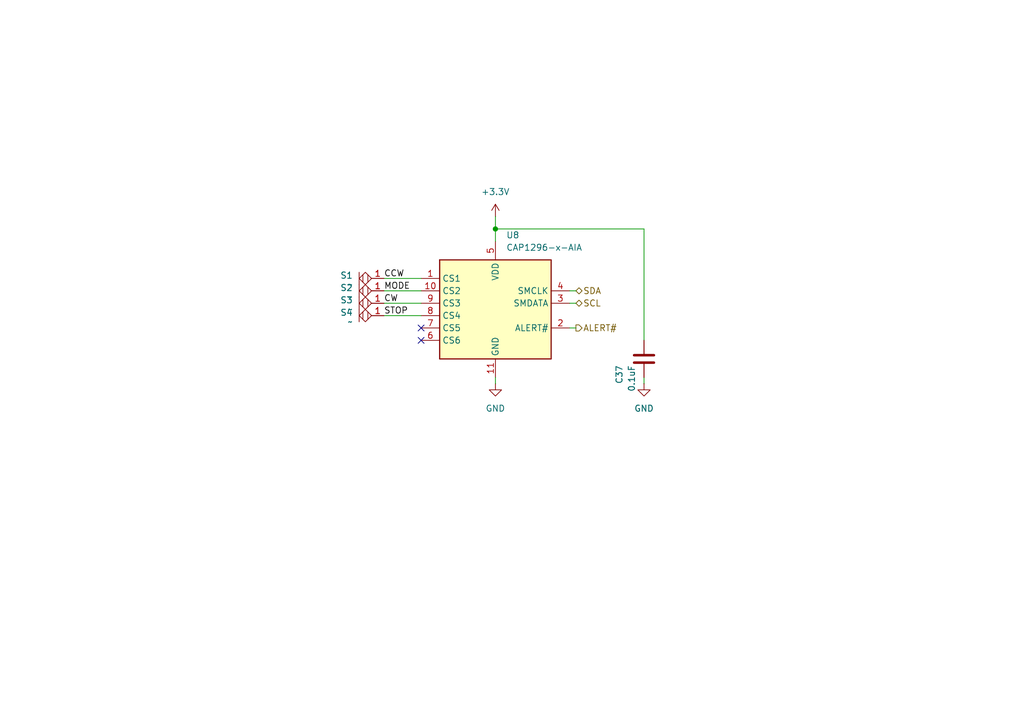
<source format=kicad_sch>
(kicad_sch (version 20231120) (generator "eeschema") (generator_version "8.0")
  (paper "A5")
  (lib_symbols
    (symbol "Device:C" (pin_numbers hide) (pin_names (offset 0.254))
      (property "Reference" "C" (at 0.635 2.54 0))
      (property "Value" "C" (at 0.635 -2.54 0))
      (symbol "C_0_1"
        (polyline (pts (xy -2.032 -0.762) (xy 2.032 -0.762)) (stroke (width 0.508)))
        (polyline (pts (xy -2.032 0.762) (xy 2.032 0.762)) (stroke (width 0.508)))
      )
      (symbol "C_1_1"
        (pin passive line (at 0 3.81 270) (length 2.794) (name "~") (number "1"))
        (pin passive line (at 0 -3.81 90) (length 2.794) (name "~") (number "2"))
      )
    )
    (symbol "oe:CAP1206-x-AIA"
      (property "Reference" "U" (at -10.16 12.7 0))
      (property "Value" "CAP1296-x-AIA" (at 8.89 12.7 0))
      (symbol "CAP1206-x-AIA_0_1"
        (rectangle (start -11.43 11.43) (end 11.43 -8.89) (stroke (width 0.254)) (fill (type background)))
      )
      (symbol "CAP1206-x-AIA_1_1"
        (pin passive line (at -15.24 7.62 0) (length 3.81) (name "CS1") (number "1"))
        (pin passive line (at -15.24 5.08 0) (length 3.81) (name "CS2") (number "10"))
        (pin power_in line (at 0 -12.7 90) (length 3.81) (name "GND") (number "11"))
        (pin open_collector line (at 15.24 -2.54 180) (length 3.81) (name "ALERT#") (number "2"))
        (pin bidirectional line (at 15.24 2.54 180) (length 3.81) (name "SMDATA") (number "3"))
        (pin input line (at 15.24 5.08 180) (length 3.81) (name "SMCLK") (number "4"))
        (pin power_in line (at 0 15.24 270) (length 3.81) (name "VDD") (number "5"))
        (pin passive line (at -15.24 -5.08 0) (length 3.81) (name "CS6") (number "6"))
        (pin passive line (at -15.24 -2.54 0) (length 3.81) (name "CS5") (number "7"))
        (pin passive line (at -15.24 0 0) (length 3.81) (name "CS4") (number "8"))
        (pin passive line (at -15.24 2.54 0) (length 3.81) (name "CS3") (number "9"))
      )
    )
    (symbol "open-ephys:TOUCH"
      (property "Reference" "S" (at 0 2.54 0))
      (symbol "TOUCH_0_1"
        (polyline (pts (xy -1.27 1.27) (xy 1.27 1.27)))
        (polyline (pts (xy -0.762 -0.508) (xy 0.762 -0.508)))
        (polyline (pts (xy -0.762 0.508) (xy 0.762 0.508)))
        (polyline (pts (xy -1.27 0) (xy 0 1.27) (xy 1.27 0) (xy 0 -1.27) (xy -1.27 0)))
      )
      (symbol "TOUCH_1_1"
        (pin passive line (at 0 -3.81 90) (length 2.54) (name "") (number "1"))
      )
    )
    (symbol "power:+3.3V" (power) (pin_numbers hide) (pin_names (offset 0) hide)
      (property "Value" "+3.3V" (at 0 3.556 0))
      (symbol "+3.3V_0_1"
        (polyline (pts (xy -0.762 1.27) (xy 0 2.54)))
        (polyline (pts (xy 0 0) (xy 0 2.54)))
        (polyline (pts (xy 0 2.54) (xy 0.762 1.27)))
      )
      (symbol "+3.3V_1_1"
        (pin power_in line (at 0 0 90) (length 0) (name "~") (number "1"))
      )
    )
    (symbol "power:GND" (power) (pin_numbers hide) (pin_names (offset 0) hide)
      (property "Value" "GND" (at 0 -3.81 0))
      (symbol "GND_0_1"
        (polyline (pts (xy 0 0) (xy 0 -1.27) (xy 1.27 -1.27) (xy 0 -2.54) (xy -1.27 -1.27) (xy 0 -1.27)))
      )
      (symbol "GND_1_1"
        (pin power_in line (at 0 0 270) (length 0) (name "~") (number "1"))
      )
    )
  )
  (junction (at 101.6 46.99))
  (no_connect (at 86.36 67.31))
  (no_connect (at 86.36 69.85))
  (wire (pts (xy 101.6 46.99) (xy 132.08 46.99)))
  (wire (pts (xy 78.74 59.69) (xy 86.36 59.69)))
  (wire (pts (xy 118.11 67.31) (xy 116.84 67.31)))
  (wire (pts (xy 101.6 46.99) (xy 101.6 49.53)))
  (wire (pts (xy 132.08 46.99) (xy 132.08 69.85)))
  (wire (pts (xy 101.6 44.45) (xy 101.6 46.99)))
  (wire (pts (xy 118.11 62.23) (xy 116.84 62.23)))
  (wire (pts (xy 78.74 57.15) (xy 86.36 57.15)))
  (wire (pts (xy 78.74 64.77) (xy 86.36 64.77)))
  (wire (pts (xy 118.11 59.69) (xy 116.84 59.69)))
  (wire (pts (xy 132.08 77.47) (xy 132.08 78.74)))
  (wire (pts (xy 78.74 62.23) (xy 86.36 62.23)))
  (wire (pts (xy 101.6 77.47) (xy 101.6 78.74)))
  (label "STOP" (at 78.74 64.77 0))
  (label "MODE" (at 78.74 59.69 0))
  (label "CW" (at 78.74 62.23 0))
  (label "CCW" (at 78.74 57.15 0))
  (hierarchical_label "ALERT#" (shape output) (at 118.11 67.31 0))
  (hierarchical_label "SDA" (shape bidirectional) (at 118.11 59.69 0))
  (hierarchical_label "SCL" (shape bidirectional) (at 118.11 62.23 0))
  (symbol (lib_id "open-ephys:TOUCH") (at 74.93 64.77 90) (mirror x) (unit 1) (in_bom no)
    (property "Reference" "S4" (at 72.39 64.1349 90) (effects (justify left)))
    (property "Value" "~" (at 72.39 66.04 90) (effects (justify left)))
    (property "Footprint" "open-ephys:Touch_Center_2mm" (effects (hide yes)))
  )
  (symbol (lib_id "Device:C") (at 132.08 73.66 0) (mirror y) (unit 1)
    (property "Reference" "C37" (at 127 74.93 90) (effects (justify right)))
    (property "Value" "0.1uF" (at 129.54 74.93 90) (effects (justify right)))
    (property "Footprint" "Capacitor_SMD:C_0402_1005Metric" (effects (hide yes)))
    (property "Description" "Unpolarized capacitor" (effects (hide yes)))
  )
  (symbol (lib_id "open-ephys:TOUCH") (at 74.93 57.15 90) (mirror x) (unit 1) (in_bom no)
    (property "Reference" "S1" (at 72.39 56.5149 90) (effects (justify left)))
    (property "Value" "~" (at 72.39 58.42 90) (effects (justify left)))
    (property "Footprint" "open-ephys:Touch_Center_2mm" (effects (hide yes)))
  )
  (symbol (lib_id "open-ephys:TOUCH") (at 74.93 59.69 90) (mirror x) (unit 1) (in_bom no)
    (property "Reference" "S2" (at 72.39 59.0549 90) (effects (justify left)))
    (property "Value" "~" (at 72.39 60.96 90) (effects (justify left)))
    (property "Footprint" "open-ephys:Touch_Center_2mm" (effects (hide yes)))
  )
  (symbol (lib_id "power:GND") (at 101.6 78.74 0) (mirror y) (unit 1)
    (property "Reference" "#PWR076" (effects (hide yes)))
    (property "Value" "GND" (at 101.6 83.82 0))
    (property "Description" "Power symbol creates a global label with name \"GND\" , ground" (effects (hide yes)))
  )
  (symbol (lib_id "open-ephys:TOUCH") (at 74.93 62.23 90) (mirror x) (unit 1) (in_bom no)
    (property "Reference" "S3" (at 72.39 61.5949 90) (effects (justify left)))
    (property "Value" "~" (at 72.39 63.5 90) (effects (justify left)))
    (property "Footprint" "open-ephys:Touch_Center_2mm" (effects (hide yes)))
  )
  (symbol (lib_id "power:GND") (at 132.08 78.74 0) (mirror y) (unit 1)
    (property "Reference" "#PWR077" (effects (hide yes)))
    (property "Value" "GND" (at 132.08 83.82 0))
    (property "Description" "Power symbol creates a global label with name \"GND\" , ground" (effects (hide yes)))
  )
  (symbol (lib_id "oe:CAP1206-x-AIA") (at 101.6 64.77 0) (unit 1)
    (property "Reference" "U8" (at 103.7941 48.26 0) (effects (justify left)))
    (property "Value" "CAP1296-x-AIA" (at 103.7941 50.8 0) (effects (justify left)))
    (property "Footprint" "Package_DFN_QFN:DFN-10-1EP_3x3mm_P0.5mm_EP1.55x2.48mm" (effects (hide yes)))
    (property "Datasheet" "https://ww1.microchip.com/downloads/en/DeviceDoc/00001569B.pdf" (effects (hide yes)))
    (property "Description" "6-Channel Capacitive Touch Sensor, DFN-10" (effects (hide yes)))
  )
  (symbol (lib_id "power:+3.3V") (at 101.6 44.45 0) (unit 1)
    (property "Reference" "#PWR023" (effects (hide yes)))
    (property "Value" "+3.3V" (at 101.6 39.37 0))
    (property "Description" "Power symbol creates a global label with name \"+3.3V\"" (effects (hide yes)))
  )
)
</source>
